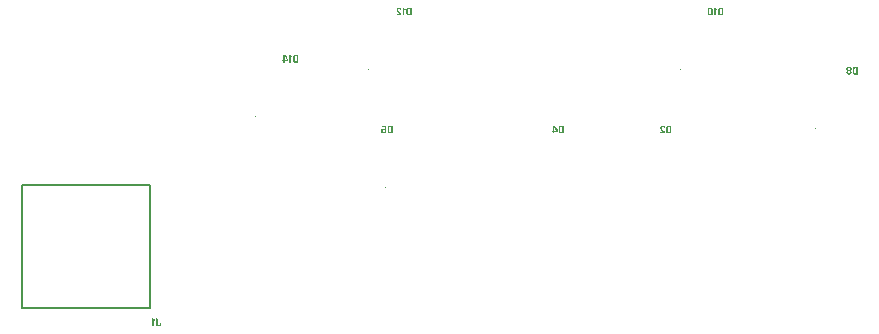
<source format=gbo>
G04*
G04 #@! TF.GenerationSoftware,Altium Limited,Altium Designer,22.11.1 (43)*
G04*
G04 Layer_Color=5220458*
%FSLAX44Y44*%
%MOMM*%
G71*
G04*
G04 #@! TF.SameCoordinates,022B600F-6A39-489C-B13A-5D3FAA6F7639*
G04*
G04*
G04 #@! TF.FilePolarity,Positive*
G04*
G01*
G75*
%ADD10C,0.1000*%
%ADD20C,0.2000*%
G36*
X212358Y268176D02*
X212483Y268134D01*
X212538Y268106D01*
X212580Y268093D01*
X212608Y268065D01*
X212622D01*
X213523Y267496D01*
X213578Y267469D01*
X213606Y267427D01*
X213662Y267344D01*
X213676Y267274D01*
Y267261D01*
Y267247D01*
Y266428D01*
X213662Y266359D01*
X213648Y266318D01*
X213606Y266290D01*
X213495D01*
X213481Y266304D01*
X213468D01*
X212483Y266858D01*
Y262004D01*
X212469Y261935D01*
X212455Y261880D01*
X212414Y261852D01*
X212372Y261824D01*
X212303Y261796D01*
X211415D01*
X211346Y261810D01*
X211290Y261824D01*
X211276Y261838D01*
X211262D01*
X211235Y261880D01*
X211221Y261935D01*
Y261991D01*
Y262004D01*
Y267996D01*
X211235Y268065D01*
X211249Y268120D01*
X211290Y268148D01*
X211318Y268176D01*
X211401Y268204D01*
X212233D01*
X212358Y268176D01*
D02*
G37*
G36*
X215617Y268190D02*
X215673Y268176D01*
X215714Y268134D01*
X215742Y268106D01*
X215770Y268023D01*
Y268009D01*
Y267996D01*
Y263475D01*
Y263363D01*
X215797Y263267D01*
X215811Y263183D01*
X215839Y263128D01*
X215867Y263072D01*
X215881Y263045D01*
X215908Y263031D01*
Y263017D01*
X215964Y262975D01*
X216033Y262948D01*
X216172Y262906D01*
X216241D01*
X216297Y262892D01*
X217046D01*
X217143Y262906D01*
X217226Y262934D01*
X217281Y262961D01*
X217337Y262975D01*
X217365Y263003D01*
X217378Y263017D01*
X217392D01*
X217434Y263072D01*
X217462Y263142D01*
X217503Y263294D01*
Y263363D01*
X217517Y263419D01*
Y263461D01*
Y263475D01*
Y264362D01*
X217531Y264431D01*
X217545Y264487D01*
X217586Y264515D01*
X217614Y264542D01*
X217697Y264570D01*
X218571D01*
X218640Y264556D01*
X218696Y264542D01*
X218724Y264501D01*
X218751Y264473D01*
X218779Y264390D01*
Y264376D01*
Y264362D01*
Y263419D01*
X218765Y263142D01*
X218710Y262892D01*
X218640Y262684D01*
X218571Y262518D01*
X218488Y262393D01*
X218432Y262296D01*
X218377Y262226D01*
X218363Y262213D01*
X218183Y262074D01*
X217989Y261977D01*
X217794Y261894D01*
X217586Y261852D01*
X217420Y261824D01*
X217267Y261810D01*
X217212Y261796D01*
X216144D01*
X215867Y261810D01*
X215617Y261866D01*
X215409Y261935D01*
X215243Y262004D01*
X215104Y262088D01*
X215021Y262143D01*
X214951Y262199D01*
X214938Y262213D01*
X214799Y262393D01*
X214688Y262587D01*
X214619Y262781D01*
X214563Y262975D01*
X214535Y263155D01*
X214508Y263294D01*
Y263350D01*
Y263391D01*
Y263405D01*
Y263419D01*
Y268009D01*
X214522Y268079D01*
X214535Y268120D01*
X214605Y268176D01*
X214688Y268204D01*
X215548D01*
X215617Y268190D01*
D02*
G37*
G36*
X328365Y491265D02*
X328490Y491224D01*
X328545Y491196D01*
X328587Y491182D01*
X328614Y491155D01*
X328628D01*
X329530Y490586D01*
X329585Y490558D01*
X329613Y490517D01*
X329668Y490433D01*
X329682Y490364D01*
Y490350D01*
Y490336D01*
Y489518D01*
X329668Y489449D01*
X329655Y489407D01*
X329613Y489379D01*
X329502D01*
X329488Y489393D01*
X329474D01*
X328490Y489948D01*
Y485094D01*
X328476Y485025D01*
X328462Y484969D01*
X328420Y484941D01*
X328379Y484914D01*
X328309Y484886D01*
X327422D01*
X327352Y484900D01*
X327297Y484914D01*
X327283Y484928D01*
X327269D01*
X327242Y484969D01*
X327228Y485025D01*
Y485080D01*
Y485094D01*
Y491085D01*
X327242Y491155D01*
X327255Y491210D01*
X327297Y491238D01*
X327325Y491265D01*
X327408Y491293D01*
X328240D01*
X328365Y491265D01*
D02*
G37*
G36*
X334647Y491279D02*
X334703Y491265D01*
X334730Y491224D01*
X334758Y491196D01*
X334786Y491113D01*
Y491099D01*
Y491085D01*
Y485094D01*
X334772Y485025D01*
X334758Y484969D01*
X334716Y484941D01*
X334675Y484914D01*
X334606Y484886D01*
X332109D01*
X331832Y484900D01*
X331596Y484955D01*
X331388Y485025D01*
X331208Y485094D01*
X331083Y485177D01*
X330986Y485233D01*
X330917Y485288D01*
X330903Y485302D01*
X330750Y485482D01*
X330639Y485676D01*
X330570Y485871D01*
X330514Y486065D01*
X330487Y486245D01*
X330459Y486384D01*
Y486439D01*
Y486481D01*
Y486495D01*
Y486509D01*
Y489671D01*
X330473Y489948D01*
X330528Y490184D01*
X330598Y490392D01*
X330681Y490558D01*
X330764Y490697D01*
X330833Y490780D01*
X330889Y490849D01*
X330903Y490863D01*
X331083Y491002D01*
X331277Y491113D01*
X331471Y491182D01*
X331665Y491238D01*
X331846Y491265D01*
X331984Y491293D01*
X334578D01*
X334647Y491279D01*
D02*
G37*
G36*
X323844D02*
X323913Y491265D01*
X323969Y491238D01*
X323982Y491224D01*
X324052Y491168D01*
X324107Y491085D01*
X324149Y491016D01*
X324163Y491002D01*
Y490988D01*
X326160Y487299D01*
X326215Y487146D01*
X326243Y486980D01*
X326257Y486911D01*
Y486855D01*
Y486814D01*
Y486800D01*
Y486412D01*
X326243Y486301D01*
X326201Y486217D01*
X326174Y486162D01*
X326160Y486148D01*
X326063Y486093D01*
X325979Y486065D01*
X325910Y486051D01*
X323414D01*
Y485094D01*
X323400Y485025D01*
X323372Y484969D01*
X323344Y484941D01*
X323303Y484914D01*
X323220Y484886D01*
X322415D01*
X322346Y484900D01*
X322290Y484914D01*
X322277Y484928D01*
X322263D01*
X322235Y484969D01*
X322221Y485025D01*
Y485080D01*
Y485094D01*
Y486051D01*
X321500D01*
X321431Y486065D01*
X321389Y486093D01*
X321334Y486162D01*
X321306Y486245D01*
Y486259D01*
Y486273D01*
Y486952D01*
X321320Y487022D01*
X321334Y487063D01*
X321403Y487119D01*
X321472Y487146D01*
X322221D01*
Y490933D01*
X322235Y491044D01*
X322277Y491127D01*
X322318Y491182D01*
X322332Y491196D01*
X322415Y491252D01*
X322499Y491279D01*
X322568Y491293D01*
X323733D01*
X323844Y491279D01*
D02*
G37*
G36*
X424377Y531143D02*
X424502Y531102D01*
X424557Y531074D01*
X424599Y531060D01*
X424626Y531032D01*
X424640D01*
X425542Y530464D01*
X425597Y530436D01*
X425625Y530395D01*
X425680Y530311D01*
X425694Y530242D01*
Y530228D01*
Y530214D01*
Y529396D01*
X425680Y529327D01*
X425667Y529285D01*
X425625Y529257D01*
X425514D01*
X425500Y529271D01*
X425486D01*
X424502Y529826D01*
Y524972D01*
X424488Y524903D01*
X424474Y524847D01*
X424432Y524819D01*
X424391Y524792D01*
X424321Y524764D01*
X423434D01*
X423364Y524778D01*
X423309Y524792D01*
X423295Y524806D01*
X423281D01*
X423254Y524847D01*
X423240Y524903D01*
Y524958D01*
Y524972D01*
Y530963D01*
X423254Y531032D01*
X423267Y531088D01*
X423309Y531116D01*
X423337Y531143D01*
X423420Y531171D01*
X424252D01*
X424377Y531143D01*
D02*
G37*
G36*
X420799Y531157D02*
X421048Y531102D01*
X421256Y531046D01*
X421423Y530963D01*
X421562Y530894D01*
X421659Y530825D01*
X421728Y530769D01*
X421742Y530755D01*
X421880Y530589D01*
X421991Y530395D01*
X422061Y530200D01*
X422116Y530006D01*
X422144Y529826D01*
X422158Y529687D01*
X422172Y529632D01*
Y529590D01*
Y529576D01*
Y529562D01*
Y529216D01*
X422158Y529146D01*
X422130Y529091D01*
X422102Y529063D01*
X422061Y529035D01*
X421978Y529008D01*
X421104D01*
X421035Y529022D01*
X420979Y529035D01*
X420951Y529077D01*
X420924Y529119D01*
X420896Y529188D01*
Y529202D01*
Y529216D01*
Y529535D01*
Y529646D01*
X420882Y529743D01*
X420854Y529812D01*
X420826Y529881D01*
X420813Y529923D01*
X420785Y529951D01*
X420771Y529978D01*
X420715Y530020D01*
X420646Y530062D01*
X420494Y530103D01*
X420424Y530117D01*
X419856D01*
X419759Y530089D01*
X419675Y530076D01*
X419606Y530048D01*
X419551Y530020D01*
X419523Y530006D01*
X419495Y529978D01*
X419440Y529923D01*
X419412Y529854D01*
X419356Y529715D01*
Y529646D01*
X419343Y529590D01*
Y529549D01*
Y529535D01*
Y529244D01*
X419356Y529091D01*
X419412Y528938D01*
X419481Y528800D01*
X419565Y528675D01*
X419661Y528578D01*
X419731Y528508D01*
X419786Y528453D01*
X419800Y528439D01*
X421631Y526886D01*
X421797Y526733D01*
X421922Y526567D01*
X422005Y526400D01*
X422061Y526248D01*
X422102Y526123D01*
X422116Y526012D01*
X422130Y525943D01*
Y525915D01*
Y524972D01*
X422116Y524903D01*
X422102Y524847D01*
X422061Y524819D01*
X422019Y524792D01*
X421950Y524764D01*
X418316D01*
X418247Y524778D01*
X418191Y524792D01*
X418164Y524833D01*
X418136Y524875D01*
X418108Y524944D01*
Y524958D01*
Y524972D01*
Y525665D01*
X418122Y525735D01*
X418136Y525790D01*
X418178Y525818D01*
X418205Y525846D01*
X418289Y525873D01*
X420702D01*
Y526040D01*
X420688Y526123D01*
X420646Y526206D01*
X420605Y526262D01*
X420591Y526276D01*
X418705Y527870D01*
X418594Y527968D01*
X418511Y528078D01*
X418358Y528287D01*
X418247Y528508D01*
X418178Y528703D01*
X418136Y528883D01*
X418122Y529035D01*
X418108Y529091D01*
Y529132D01*
Y529146D01*
Y529160D01*
Y529562D01*
X418122Y529840D01*
X418178Y530076D01*
X418247Y530284D01*
X418316Y530450D01*
X418400Y530589D01*
X418469Y530672D01*
X418524Y530741D01*
X418538Y530755D01*
X418718Y530894D01*
X418913Y530991D01*
X419107Y531074D01*
X419315Y531116D01*
X419481Y531143D01*
X419634Y531171D01*
X420521D01*
X420799Y531157D01*
D02*
G37*
G36*
X430659D02*
X430715Y531143D01*
X430742Y531102D01*
X430770Y531074D01*
X430798Y530991D01*
Y530977D01*
Y530963D01*
Y524972D01*
X430784Y524903D01*
X430770Y524847D01*
X430728Y524819D01*
X430687Y524792D01*
X430618Y524764D01*
X428121D01*
X427844Y524778D01*
X427608Y524833D01*
X427400Y524903D01*
X427220Y524972D01*
X427095Y525055D01*
X426998Y525111D01*
X426929Y525166D01*
X426915Y525180D01*
X426762Y525360D01*
X426651Y525555D01*
X426582Y525749D01*
X426526Y525943D01*
X426499Y526123D01*
X426471Y526262D01*
Y526317D01*
Y526359D01*
Y526373D01*
Y526387D01*
Y529549D01*
X426485Y529826D01*
X426540Y530062D01*
X426610Y530270D01*
X426693Y530436D01*
X426776Y530575D01*
X426845Y530658D01*
X426901Y530727D01*
X426915Y530741D01*
X427095Y530880D01*
X427289Y530991D01*
X427483Y531060D01*
X427677Y531116D01*
X427858Y531143D01*
X427996Y531171D01*
X430590D01*
X430659Y531157D01*
D02*
G37*
G36*
X688283Y531143D02*
X688408Y531102D01*
X688463Y531074D01*
X688505Y531060D01*
X688532Y531032D01*
X688546D01*
X689448Y530464D01*
X689503Y530436D01*
X689531Y530395D01*
X689586Y530311D01*
X689600Y530242D01*
Y530228D01*
Y530214D01*
Y529396D01*
X689586Y529327D01*
X689573Y529285D01*
X689531Y529257D01*
X689420D01*
X689406Y529271D01*
X689392D01*
X688408Y529826D01*
Y524972D01*
X688394Y524903D01*
X688380Y524847D01*
X688338Y524819D01*
X688297Y524792D01*
X688227Y524764D01*
X687340D01*
X687270Y524778D01*
X687215Y524792D01*
X687201Y524806D01*
X687187D01*
X687160Y524847D01*
X687146Y524903D01*
Y524958D01*
Y524972D01*
Y530963D01*
X687160Y531032D01*
X687173Y531088D01*
X687215Y531116D01*
X687243Y531143D01*
X687326Y531171D01*
X688158D01*
X688283Y531143D01*
D02*
G37*
G36*
X694565Y531157D02*
X694621Y531143D01*
X694648Y531102D01*
X694676Y531074D01*
X694704Y530991D01*
Y530977D01*
Y530963D01*
Y524972D01*
X694690Y524903D01*
X694676Y524847D01*
X694634Y524819D01*
X694593Y524792D01*
X694524Y524764D01*
X692027D01*
X691750Y524778D01*
X691514Y524833D01*
X691306Y524903D01*
X691126Y524972D01*
X691001Y525055D01*
X690904Y525111D01*
X690835Y525166D01*
X690821Y525180D01*
X690668Y525360D01*
X690557Y525555D01*
X690488Y525749D01*
X690432Y525943D01*
X690405Y526123D01*
X690377Y526262D01*
Y526317D01*
Y526359D01*
Y526373D01*
Y526387D01*
Y529549D01*
X690391Y529826D01*
X690446Y530062D01*
X690516Y530270D01*
X690599Y530436D01*
X690682Y530575D01*
X690751Y530658D01*
X690807Y530727D01*
X690821Y530741D01*
X691001Y530880D01*
X691195Y530991D01*
X691389Y531060D01*
X691583Y531116D01*
X691764Y531143D01*
X691902Y531171D01*
X694496D01*
X694565Y531157D01*
D02*
G37*
G36*
X684608D02*
X684843Y531102D01*
X685051Y531046D01*
X685218Y530963D01*
X685357Y530894D01*
X685454Y530825D01*
X685523Y530769D01*
X685537Y530755D01*
X685676Y530589D01*
X685787Y530395D01*
X685856Y530187D01*
X685911Y529992D01*
X685939Y529826D01*
X685953Y529673D01*
X685967Y529618D01*
Y529590D01*
Y529562D01*
Y529549D01*
Y526387D01*
X685953Y526109D01*
X685897Y525860D01*
X685828Y525652D01*
X685745Y525485D01*
X685676Y525360D01*
X685606Y525263D01*
X685551Y525194D01*
X685537Y525180D01*
X685357Y525041D01*
X685162Y524944D01*
X684968Y524861D01*
X684774Y524819D01*
X684594Y524792D01*
X684455Y524778D01*
X684400Y524764D01*
X683332D01*
X683054Y524778D01*
X682805Y524833D01*
X682597Y524903D01*
X682430Y524972D01*
X682292Y525055D01*
X682195Y525111D01*
X682125Y525166D01*
X682111Y525180D01*
X681973Y525360D01*
X681862Y525555D01*
X681792Y525749D01*
X681737Y525943D01*
X681709Y526123D01*
X681681Y526262D01*
Y526317D01*
Y526359D01*
Y526373D01*
Y526387D01*
Y529549D01*
X681695Y529826D01*
X681751Y530062D01*
X681820Y530270D01*
X681889Y530436D01*
X681973Y530575D01*
X682042Y530658D01*
X682097Y530727D01*
X682111Y530741D01*
X682292Y530880D01*
X682486Y530991D01*
X682680Y531060D01*
X682888Y531116D01*
X683054Y531143D01*
X683207Y531171D01*
X684330D01*
X684608Y531157D01*
D02*
G37*
G36*
X808611Y481119D02*
X808667Y481105D01*
X808694Y481064D01*
X808722Y481036D01*
X808750Y480953D01*
Y480939D01*
Y480925D01*
Y474934D01*
X808736Y474865D01*
X808722Y474809D01*
X808680Y474781D01*
X808639Y474754D01*
X808570Y474726D01*
X806073D01*
X805796Y474740D01*
X805560Y474795D01*
X805352Y474865D01*
X805172Y474934D01*
X805047Y475017D01*
X804950Y475073D01*
X804881Y475128D01*
X804867Y475142D01*
X804714Y475322D01*
X804603Y475517D01*
X804534Y475711D01*
X804478Y475905D01*
X804451Y476085D01*
X804423Y476224D01*
Y476279D01*
Y476321D01*
Y476335D01*
Y476349D01*
Y479511D01*
X804437Y479788D01*
X804492Y480024D01*
X804562Y480232D01*
X804645Y480398D01*
X804728Y480537D01*
X804797Y480620D01*
X804853Y480689D01*
X804867Y480703D01*
X805047Y480842D01*
X805241Y480953D01*
X805435Y481022D01*
X805630Y481078D01*
X805810Y481105D01*
X805948Y481133D01*
X808542D01*
X808611Y481119D01*
D02*
G37*
G36*
X801982D02*
X802232Y481078D01*
X802440Y481008D01*
X802606Y480939D01*
X802745Y480870D01*
X802842Y480800D01*
X802911Y480759D01*
X802925Y480745D01*
X803064Y480578D01*
X803161Y480398D01*
X803244Y480204D01*
X803286Y480024D01*
X803314Y479857D01*
X803327Y479719D01*
X803341Y479663D01*
Y479622D01*
Y479608D01*
Y479594D01*
Y479164D01*
X803327Y478997D01*
X803314Y478845D01*
X803286Y478706D01*
X803244Y478581D01*
X803133Y478359D01*
X803008Y478207D01*
X802897Y478082D01*
X802786Y477999D01*
X802717Y477957D01*
X802689Y477943D01*
X802800Y477888D01*
X802897Y477805D01*
X803064Y477638D01*
X803175Y477430D01*
X803258Y477236D01*
X803300Y477042D01*
X803327Y476889D01*
X803341Y476820D01*
Y476778D01*
Y476751D01*
Y476737D01*
Y476279D01*
X803327Y476002D01*
X803272Y475766D01*
X803203Y475572D01*
X803133Y475406D01*
X803050Y475281D01*
X802995Y475184D01*
X802939Y475128D01*
X802925Y475114D01*
X802745Y474990D01*
X802551Y474892D01*
X802356Y474823D01*
X802149Y474781D01*
X801982Y474754D01*
X801830Y474726D01*
X800637D01*
X800359Y474740D01*
X800110Y474781D01*
X799902Y474851D01*
X799735Y474920D01*
X799597Y474990D01*
X799513Y475059D01*
X799444Y475100D01*
X799430Y475114D01*
X799292Y475281D01*
X799181Y475461D01*
X799111Y475655D01*
X799056Y475849D01*
X799028Y476016D01*
X799000Y476154D01*
Y476210D01*
Y476251D01*
Y476265D01*
Y476279D01*
Y476723D01*
Y476889D01*
X799028Y477056D01*
X799056Y477195D01*
X799098Y477319D01*
X799208Y477527D01*
X799319Y477694D01*
X799444Y477805D01*
X799555Y477888D01*
X799624Y477930D01*
X799638Y477943D01*
X799652D01*
X799541Y477985D01*
X799458Y478054D01*
X799305Y478193D01*
X799250Y478249D01*
X799208Y478304D01*
X799194Y478346D01*
X799181Y478359D01*
X799125Y478484D01*
X799070Y478623D01*
X799042Y478762D01*
X799028Y478886D01*
X799014Y478997D01*
X799000Y479081D01*
Y479150D01*
Y479164D01*
Y479594D01*
X799014Y479857D01*
X799070Y480093D01*
X799139Y480287D01*
X799208Y480454D01*
X799292Y480578D01*
X799361Y480676D01*
X799416Y480731D01*
X799430Y480745D01*
X799597Y480870D01*
X799791Y480967D01*
X799999Y481036D01*
X800193Y481092D01*
X800359Y481119D01*
X800512Y481133D01*
X801705D01*
X801982Y481119D01*
D02*
G37*
G36*
X414657Y431335D02*
X414713Y431321D01*
X414740Y431280D01*
X414768Y431252D01*
X414796Y431169D01*
Y431155D01*
Y431141D01*
Y425150D01*
X414782Y425081D01*
X414768Y425025D01*
X414726Y424997D01*
X414685Y424970D01*
X414616Y424942D01*
X412119D01*
X411842Y424956D01*
X411606Y425011D01*
X411398Y425081D01*
X411218Y425150D01*
X411093Y425233D01*
X410996Y425289D01*
X410927Y425344D01*
X410913Y425358D01*
X410760Y425538D01*
X410649Y425732D01*
X410580Y425927D01*
X410524Y426121D01*
X410497Y426301D01*
X410469Y426440D01*
Y426495D01*
Y426537D01*
Y426551D01*
Y426565D01*
Y429727D01*
X410483Y430004D01*
X410538Y430240D01*
X410608Y430448D01*
X410691Y430614D01*
X410774Y430753D01*
X410843Y430836D01*
X410899Y430905D01*
X410913Y430919D01*
X411093Y431058D01*
X411287Y431169D01*
X411481Y431238D01*
X411675Y431294D01*
X411856Y431321D01*
X411995Y431349D01*
X414588D01*
X414657Y431335D01*
D02*
G37*
G36*
X408028D02*
X408278Y431280D01*
X408486Y431224D01*
X408652Y431141D01*
X408791Y431072D01*
X408888Y431003D01*
X408957Y430947D01*
X408971Y430933D01*
X409110Y430767D01*
X409221Y430573D01*
X409290Y430364D01*
X409346Y430170D01*
X409373Y430004D01*
X409387Y429851D01*
X409401Y429796D01*
Y429768D01*
Y429740D01*
Y429727D01*
Y426565D01*
X409387Y426287D01*
X409332Y426038D01*
X409262Y425830D01*
X409179Y425663D01*
X409110Y425538D01*
X409040Y425441D01*
X408985Y425372D01*
X408971Y425358D01*
X408791Y425219D01*
X408597Y425122D01*
X408402Y425039D01*
X408195Y424997D01*
X408028Y424970D01*
X407876Y424956D01*
X407820Y424942D01*
X406780D01*
X406503Y424956D01*
X406253Y425011D01*
X406045Y425081D01*
X405878Y425150D01*
X405740Y425233D01*
X405643Y425289D01*
X405573Y425344D01*
X405560Y425358D01*
X405421Y425524D01*
X405310Y425719D01*
X405241Y425927D01*
X405185Y426121D01*
X405157Y426287D01*
X405130Y426440D01*
Y426495D01*
Y426537D01*
Y426551D01*
Y426565D01*
Y427369D01*
X405144Y427646D01*
X405199Y427896D01*
X405268Y428104D01*
X405338Y428270D01*
X405421Y428409D01*
X405490Y428492D01*
X405546Y428562D01*
X405560Y428576D01*
X405740Y428714D01*
X405934Y428825D01*
X406128Y428895D01*
X406336Y428950D01*
X406503Y428978D01*
X406655Y429005D01*
X408139D01*
Y429671D01*
Y429782D01*
X408111Y429879D01*
X408097Y429949D01*
X408070Y430018D01*
X408042Y430059D01*
X408028Y430087D01*
X408000Y430115D01*
X407945Y430157D01*
X407876Y430198D01*
X407723Y430240D01*
X407654Y430254D01*
X405712D01*
X405643Y430267D01*
X405587Y430281D01*
X405560Y430323D01*
X405532Y430364D01*
X405504Y430434D01*
Y430448D01*
Y430462D01*
Y431141D01*
X405518Y431211D01*
X405532Y431266D01*
X405573Y431294D01*
X405601Y431321D01*
X405684Y431349D01*
X407751D01*
X408028Y431335D01*
D02*
G37*
G36*
X559691D02*
X559747Y431321D01*
X559774Y431280D01*
X559802Y431252D01*
X559830Y431169D01*
Y431155D01*
Y431141D01*
Y425150D01*
X559816Y425081D01*
X559802Y425025D01*
X559761Y424997D01*
X559719Y424970D01*
X559650Y424942D01*
X557153D01*
X556876Y424956D01*
X556640Y425011D01*
X556432Y425081D01*
X556252Y425150D01*
X556127Y425233D01*
X556030Y425289D01*
X555961Y425344D01*
X555947Y425358D01*
X555794Y425538D01*
X555683Y425732D01*
X555614Y425927D01*
X555558Y426121D01*
X555531Y426301D01*
X555503Y426440D01*
Y426495D01*
Y426537D01*
Y426551D01*
Y426565D01*
Y429727D01*
X555517Y430004D01*
X555572Y430240D01*
X555642Y430448D01*
X555725Y430614D01*
X555808Y430753D01*
X555877Y430836D01*
X555933Y430905D01*
X555947Y430919D01*
X556127Y431058D01*
X556321Y431169D01*
X556515Y431238D01*
X556710Y431294D01*
X556890Y431321D01*
X557029Y431349D01*
X559622D01*
X559691Y431335D01*
D02*
G37*
G36*
X552216D02*
X552285Y431321D01*
X552341Y431294D01*
X552355Y431280D01*
X552424Y431224D01*
X552480Y431141D01*
X552521Y431072D01*
X552535Y431058D01*
Y431044D01*
X554532Y427355D01*
X554588Y427202D01*
X554615Y427036D01*
X554629Y426967D01*
Y426911D01*
Y426870D01*
Y426856D01*
Y426468D01*
X554615Y426357D01*
X554574Y426273D01*
X554546Y426218D01*
X554532Y426204D01*
X554435Y426149D01*
X554352Y426121D01*
X554282Y426107D01*
X551786D01*
Y425150D01*
X551772Y425081D01*
X551745Y425025D01*
X551717Y424997D01*
X551675Y424970D01*
X551592Y424942D01*
X550788D01*
X550718Y424956D01*
X550663Y424970D01*
X550649Y424984D01*
X550635D01*
X550607Y425025D01*
X550593Y425081D01*
Y425136D01*
Y425150D01*
Y426107D01*
X549872D01*
X549803Y426121D01*
X549761Y426149D01*
X549706Y426218D01*
X549678Y426301D01*
Y426315D01*
Y426329D01*
Y427008D01*
X549692Y427078D01*
X549706Y427119D01*
X549775Y427175D01*
X549845Y427202D01*
X550593D01*
Y430989D01*
X550607Y431100D01*
X550649Y431183D01*
X550691Y431238D01*
X550704Y431252D01*
X550788Y431308D01*
X550871Y431335D01*
X550940Y431349D01*
X552105D01*
X552216Y431335D01*
D02*
G37*
G36*
X644091D02*
X644341Y431280D01*
X644549Y431224D01*
X644715Y431141D01*
X644854Y431072D01*
X644951Y431003D01*
X645020Y430947D01*
X645034Y430933D01*
X645173Y430767D01*
X645284Y430573D01*
X645353Y430378D01*
X645409Y430184D01*
X645436Y430004D01*
X645450Y429865D01*
X645464Y429810D01*
Y429768D01*
Y429754D01*
Y429740D01*
Y429394D01*
X645450Y429324D01*
X645423Y429269D01*
X645395Y429241D01*
X645353Y429213D01*
X645270Y429186D01*
X644396D01*
X644327Y429200D01*
X644271Y429213D01*
X644244Y429255D01*
X644216Y429297D01*
X644188Y429366D01*
Y429380D01*
Y429394D01*
Y429713D01*
Y429824D01*
X644174Y429921D01*
X644147Y429990D01*
X644119Y430059D01*
X644105Y430101D01*
X644077Y430129D01*
X644063Y430157D01*
X644008Y430198D01*
X643939Y430240D01*
X643786Y430281D01*
X643717Y430295D01*
X643148D01*
X643051Y430267D01*
X642968Y430254D01*
X642898Y430226D01*
X642843Y430198D01*
X642815Y430184D01*
X642787Y430157D01*
X642732Y430101D01*
X642704Y430032D01*
X642649Y429893D01*
Y429824D01*
X642635Y429768D01*
Y429727D01*
Y429713D01*
Y429422D01*
X642649Y429269D01*
X642704Y429116D01*
X642774Y428978D01*
X642857Y428853D01*
X642954Y428756D01*
X643023Y428686D01*
X643079Y428631D01*
X643093Y428617D01*
X644923Y427064D01*
X645090Y426911D01*
X645214Y426745D01*
X645298Y426578D01*
X645353Y426426D01*
X645395Y426301D01*
X645409Y426190D01*
X645423Y426121D01*
Y426093D01*
Y425150D01*
X645409Y425081D01*
X645395Y425025D01*
X645353Y424997D01*
X645312Y424970D01*
X645242Y424942D01*
X641609D01*
X641539Y424956D01*
X641484Y424970D01*
X641456Y425011D01*
X641428Y425053D01*
X641401Y425122D01*
Y425136D01*
Y425150D01*
Y425843D01*
X641415Y425913D01*
X641428Y425968D01*
X641470Y425996D01*
X641498Y426024D01*
X641581Y426051D01*
X643994D01*
Y426218D01*
X643980Y426301D01*
X643939Y426384D01*
X643897Y426440D01*
X643883Y426454D01*
X641997Y428049D01*
X641886Y428146D01*
X641803Y428256D01*
X641650Y428465D01*
X641539Y428686D01*
X641470Y428881D01*
X641428Y429061D01*
X641415Y429213D01*
X641401Y429269D01*
Y429310D01*
Y429324D01*
Y429338D01*
Y429740D01*
X641415Y430018D01*
X641470Y430254D01*
X641539Y430462D01*
X641609Y430628D01*
X641692Y430767D01*
X641761Y430850D01*
X641817Y430919D01*
X641831Y430933D01*
X642011Y431072D01*
X642205Y431169D01*
X642399Y431252D01*
X642607Y431294D01*
X642774Y431321D01*
X642926Y431349D01*
X643814D01*
X644091Y431335D01*
D02*
G37*
G36*
X650623D02*
X650679Y431321D01*
X650706Y431280D01*
X650734Y431252D01*
X650762Y431169D01*
Y431155D01*
Y431141D01*
Y425150D01*
X650748Y425081D01*
X650734Y425025D01*
X650693Y424997D01*
X650651Y424970D01*
X650582Y424942D01*
X648085D01*
X647808Y424956D01*
X647572Y425011D01*
X647364Y425081D01*
X647184Y425150D01*
X647059Y425233D01*
X646962Y425289D01*
X646893Y425344D01*
X646879Y425358D01*
X646726Y425538D01*
X646615Y425732D01*
X646546Y425927D01*
X646490Y426121D01*
X646463Y426301D01*
X646435Y426440D01*
Y426495D01*
Y426537D01*
Y426551D01*
Y426565D01*
Y429727D01*
X646449Y430004D01*
X646504Y430240D01*
X646574Y430448D01*
X646657Y430614D01*
X646740Y430753D01*
X646809Y430836D01*
X646865Y430905D01*
X646879Y430919D01*
X647059Y431058D01*
X647253Y431169D01*
X647447Y431238D01*
X647642Y431294D01*
X647822Y431321D01*
X647961Y431349D01*
X650554D01*
X650623Y431335D01*
D02*
G37*
%LPC*%
G36*
X333413Y490198D02*
X332206D01*
X332109Y490170D01*
X332026Y490156D01*
X331971Y490128D01*
X331915Y490101D01*
X331887Y490087D01*
X331860Y490059D01*
X331818Y490003D01*
X331776Y489934D01*
X331735Y489795D01*
X331721Y489726D01*
Y489671D01*
Y489629D01*
Y489615D01*
Y486564D01*
Y486453D01*
X331749Y486356D01*
X331763Y486273D01*
X331790Y486217D01*
X331818Y486162D01*
X331832Y486134D01*
X331860Y486120D01*
Y486106D01*
X331915Y486065D01*
X331984Y486037D01*
X332137Y485995D01*
X332206D01*
X332262Y485982D01*
X333399D01*
X333468Y485995D01*
X333496Y486037D01*
X333510Y486079D01*
Y486093D01*
Y490087D01*
X333496Y490156D01*
X333455Y490184D01*
X333413Y490198D01*
D02*
G37*
G36*
X323414Y490225D02*
Y487146D01*
X325023D01*
X323414Y490225D01*
D02*
G37*
G36*
X429425Y530076D02*
X428218D01*
X428121Y530048D01*
X428038Y530034D01*
X427983Y530006D01*
X427927Y529978D01*
X427899Y529965D01*
X427872Y529937D01*
X427830Y529881D01*
X427788Y529812D01*
X427747Y529673D01*
X427733Y529604D01*
Y529549D01*
Y529507D01*
Y529493D01*
Y526442D01*
Y526331D01*
X427761Y526234D01*
X427775Y526151D01*
X427802Y526095D01*
X427830Y526040D01*
X427844Y526012D01*
X427872Y525998D01*
Y525984D01*
X427927Y525943D01*
X427996Y525915D01*
X428149Y525873D01*
X428218D01*
X428274Y525860D01*
X429411D01*
X429480Y525873D01*
X429508Y525915D01*
X429522Y525957D01*
Y525971D01*
Y529965D01*
X429508Y530034D01*
X429467Y530062D01*
X429425Y530076D01*
D02*
G37*
G36*
X693331D02*
X692124D01*
X692027Y530048D01*
X691944Y530034D01*
X691889Y530006D01*
X691833Y529978D01*
X691805Y529965D01*
X691778Y529937D01*
X691736Y529881D01*
X691694Y529812D01*
X691653Y529673D01*
X691639Y529604D01*
Y529549D01*
Y529507D01*
Y529493D01*
Y526442D01*
Y526331D01*
X691667Y526234D01*
X691681Y526151D01*
X691708Y526095D01*
X691736Y526040D01*
X691750Y526012D01*
X691778Y525998D01*
Y525984D01*
X691833Y525943D01*
X691902Y525915D01*
X692055Y525873D01*
X692124D01*
X692180Y525860D01*
X693317D01*
X693386Y525873D01*
X693414Y525915D01*
X693428Y525957D01*
Y525971D01*
Y529965D01*
X693414Y530034D01*
X693372Y530062D01*
X693331Y530076D01*
D02*
G37*
G36*
X684219D02*
X683415D01*
X683318Y530048D01*
X683249Y530034D01*
X683179Y530006D01*
X683138Y529978D01*
X683110Y529965D01*
X683082Y529937D01*
X683040Y529881D01*
X682999Y529812D01*
X682957Y529673D01*
X682943Y529604D01*
Y529549D01*
Y529507D01*
Y529493D01*
Y526442D01*
Y526331D01*
X682971Y526234D01*
X682985Y526151D01*
X683013Y526095D01*
X683040Y526040D01*
X683054Y526012D01*
X683082Y525998D01*
Y525984D01*
X683138Y525943D01*
X683207Y525915D01*
X683346Y525873D01*
X683415D01*
X683471Y525860D01*
X684219D01*
X684316Y525873D01*
X684400Y525901D01*
X684455Y525929D01*
X684511Y525943D01*
X684538Y525971D01*
X684552Y525984D01*
X684566D01*
X684608Y526040D01*
X684635Y526109D01*
X684677Y526262D01*
Y526331D01*
X684691Y526387D01*
Y526428D01*
Y526442D01*
Y529493D01*
Y529604D01*
X684677Y529701D01*
X684649Y529771D01*
X684622Y529840D01*
X684608Y529881D01*
X684580Y529909D01*
X684566Y529937D01*
X684511Y529978D01*
X684441Y530020D01*
X684289Y530062D01*
X684219Y530076D01*
D02*
G37*
G36*
X807377Y480038D02*
X806170D01*
X806073Y480010D01*
X805990Y479996D01*
X805935Y479968D01*
X805879Y479940D01*
X805851Y479927D01*
X805824Y479899D01*
X805782Y479843D01*
X805740Y479774D01*
X805699Y479635D01*
X805685Y479566D01*
Y479511D01*
Y479469D01*
Y479455D01*
Y476404D01*
Y476293D01*
X805713Y476196D01*
X805727Y476113D01*
X805754Y476057D01*
X805782Y476002D01*
X805796Y475974D01*
X805824Y475960D01*
Y475946D01*
X805879Y475905D01*
X805948Y475877D01*
X806101Y475835D01*
X806170D01*
X806226Y475822D01*
X807363D01*
X807432Y475835D01*
X807460Y475877D01*
X807474Y475919D01*
Y475933D01*
Y479927D01*
X807460Y479996D01*
X807419Y480024D01*
X807377Y480038D01*
D02*
G37*
G36*
X801621Y480051D02*
X800720D01*
X800623Y480024D01*
X800554Y480010D01*
X800484Y479982D01*
X800443Y479954D01*
X800415Y479940D01*
X800387Y479913D01*
X800346Y479857D01*
X800304Y479788D01*
X800262Y479649D01*
X800248Y479580D01*
Y479538D01*
Y479497D01*
Y479483D01*
Y479067D01*
Y478956D01*
X800276Y478859D01*
X800290Y478776D01*
X800318Y478706D01*
X800346Y478665D01*
X800359Y478623D01*
X800387Y478609D01*
Y478595D01*
X800443Y478540D01*
X800512Y478512D01*
X800651Y478457D01*
X800720D01*
X800776Y478443D01*
X801511D01*
X801621Y478457D01*
X801719Y478470D01*
X801802Y478498D01*
X801857Y478526D01*
X801913Y478554D01*
X801941Y478568D01*
X801954Y478595D01*
X801968D01*
X802010Y478665D01*
X802038Y478734D01*
X802079Y478886D01*
Y478956D01*
X802093Y479011D01*
Y479053D01*
Y479067D01*
Y479483D01*
Y479594D01*
X802079Y479677D01*
X802051Y479760D01*
X802024Y479816D01*
X802010Y479857D01*
X801982Y479885D01*
X801968Y479913D01*
X801913Y479954D01*
X801843Y479996D01*
X801691Y480038D01*
X801621Y480051D01*
D02*
G37*
G36*
X801566Y477458D02*
X800720D01*
X800623Y477430D01*
X800554Y477416D01*
X800484Y477389D01*
X800443Y477361D01*
X800415Y477333D01*
X800387Y477319D01*
Y477305D01*
X800346Y477236D01*
X800304Y477167D01*
X800262Y477014D01*
X800248Y476945D01*
Y476889D01*
Y476848D01*
Y476834D01*
Y476376D01*
Y476265D01*
X800276Y476182D01*
X800290Y476099D01*
X800318Y476044D01*
X800346Y475988D01*
X800359Y475960D01*
X800387Y475933D01*
X800443Y475891D01*
X800512Y475863D01*
X800651Y475822D01*
X800720D01*
X800776Y475808D01*
X801621D01*
X801719Y475822D01*
X801802Y475849D01*
X801857Y475877D01*
X801913Y475891D01*
X801941Y475919D01*
X801954Y475933D01*
X801968D01*
X802010Y475988D01*
X802038Y476057D01*
X802079Y476210D01*
Y476279D01*
X802093Y476321D01*
Y476362D01*
Y476376D01*
Y476834D01*
Y476945D01*
X802079Y477042D01*
X802051Y477125D01*
X802024Y477195D01*
X802010Y477236D01*
X801982Y477278D01*
X801968Y477305D01*
X801913Y477361D01*
X801843Y477389D01*
X801691Y477444D01*
X801621D01*
X801566Y477458D01*
D02*
G37*
G36*
X413423Y430254D02*
X412216D01*
X412119Y430226D01*
X412036Y430212D01*
X411981Y430184D01*
X411925Y430157D01*
X411897Y430143D01*
X411870Y430115D01*
X411828Y430059D01*
X411786Y429990D01*
X411745Y429851D01*
X411731Y429782D01*
Y429727D01*
Y429685D01*
Y429671D01*
Y426620D01*
Y426509D01*
X411759Y426412D01*
X411773Y426329D01*
X411800Y426273D01*
X411828Y426218D01*
X411842Y426190D01*
X411870Y426176D01*
Y426162D01*
X411925Y426121D01*
X411995Y426093D01*
X412147Y426051D01*
X412216D01*
X412272Y426038D01*
X413409D01*
X413478Y426051D01*
X413506Y426093D01*
X413520Y426135D01*
Y426149D01*
Y430143D01*
X413506Y430212D01*
X413465Y430240D01*
X413423Y430254D01*
D02*
G37*
G36*
X408139Y427896D02*
X406877D01*
X406780Y427868D01*
X406697Y427854D01*
X406641Y427827D01*
X406586Y427799D01*
X406558Y427785D01*
X406530Y427757D01*
X406489Y427702D01*
X406447Y427632D01*
X406405Y427494D01*
X406392Y427424D01*
Y427369D01*
Y427327D01*
Y427313D01*
Y426620D01*
Y426509D01*
X406419Y426412D01*
X406433Y426329D01*
X406461Y426273D01*
X406489Y426218D01*
X406503Y426190D01*
X406530Y426176D01*
Y426162D01*
X406586Y426121D01*
X406655Y426093D01*
X406808Y426051D01*
X406877D01*
X406932Y426038D01*
X407668D01*
X407765Y426051D01*
X407848Y426079D01*
X407903Y426107D01*
X407959Y426121D01*
X407986Y426149D01*
X408000Y426162D01*
X408014D01*
X408056Y426218D01*
X408084Y426287D01*
X408125Y426440D01*
Y426509D01*
X408139Y426565D01*
Y426606D01*
Y426620D01*
Y427896D01*
D02*
G37*
G36*
X558457Y430254D02*
X557250D01*
X557153Y430226D01*
X557070Y430212D01*
X557015Y430184D01*
X556959Y430157D01*
X556931Y430143D01*
X556904Y430115D01*
X556862Y430059D01*
X556820Y429990D01*
X556779Y429851D01*
X556765Y429782D01*
Y429727D01*
Y429685D01*
Y429671D01*
Y426620D01*
Y426509D01*
X556793Y426412D01*
X556807Y426329D01*
X556834Y426273D01*
X556862Y426218D01*
X556876Y426190D01*
X556904Y426176D01*
Y426162D01*
X556959Y426121D01*
X557029Y426093D01*
X557181Y426051D01*
X557250D01*
X557306Y426038D01*
X558443D01*
X558512Y426051D01*
X558540Y426093D01*
X558554Y426135D01*
Y426149D01*
Y430143D01*
X558540Y430212D01*
X558498Y430240D01*
X558457Y430254D01*
D02*
G37*
G36*
X551786Y430281D02*
Y427202D01*
X553395D01*
X551786Y430281D01*
D02*
G37*
G36*
X649389Y430254D02*
X648182D01*
X648085Y430226D01*
X648002Y430212D01*
X647947Y430184D01*
X647891Y430157D01*
X647863Y430143D01*
X647836Y430115D01*
X647794Y430059D01*
X647752Y429990D01*
X647711Y429851D01*
X647697Y429782D01*
Y429727D01*
Y429685D01*
Y429671D01*
Y426620D01*
Y426509D01*
X647725Y426412D01*
X647739Y426329D01*
X647766Y426273D01*
X647794Y426218D01*
X647808Y426190D01*
X647836Y426176D01*
Y426162D01*
X647891Y426121D01*
X647961Y426093D01*
X648113Y426051D01*
X648182D01*
X648238Y426038D01*
X649375D01*
X649444Y426051D01*
X649472Y426093D01*
X649486Y426135D01*
Y426149D01*
Y430143D01*
X649472Y430212D01*
X649430Y430240D01*
X649389Y430254D01*
D02*
G37*
%LPD*%
D10*
X644530Y379000D02*
G03*
X644530Y379000I-500J0D01*
G01*
X523500D02*
G03*
X523500Y379000I-500J0D01*
G01*
X408500D02*
G03*
X408500Y379000I-500J0D01*
G01*
X772470Y429000D02*
G03*
X772470Y429000I-500J0D01*
G01*
X298500Y439000D02*
G03*
X298500Y439000I-500J0D01*
G01*
X658500Y479000D02*
G03*
X658500Y479000I-500J0D01*
G01*
X394530D02*
G03*
X394530Y479000I-500J0D01*
G01*
D20*
X101060Y381435D02*
X197950D01*
X162050D02*
X209010D01*
Y277295D02*
Y381435D01*
X101060Y277295D02*
X209010D01*
X101060D02*
Y381435D01*
M02*

</source>
